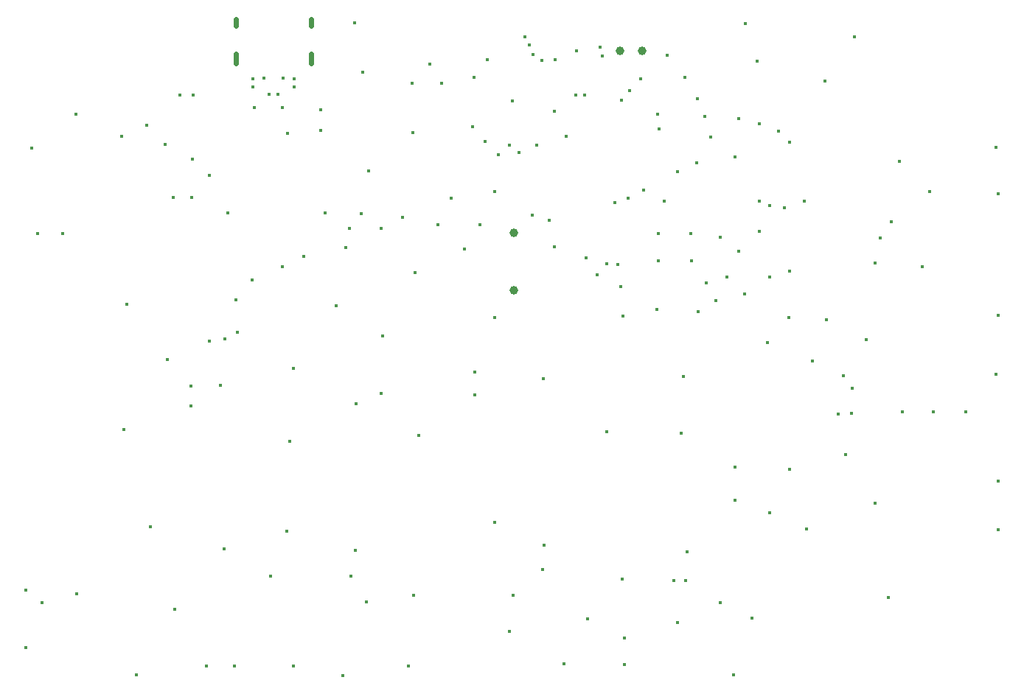
<source format=gbr>
%TF.GenerationSoftware,KiCad,Pcbnew,5.0.2-5.fc29*%
%TF.CreationDate,2019-03-27T11:45:22+01:00*%
%TF.ProjectId,vitamins_included,76697461-6d69-46e7-935f-696e636c7564,rev?*%
%TF.SameCoordinates,Original*%
%TF.FileFunction,Plated,1,2,PTH,Mixed*%
%TF.FilePolarity,Positive*%
%FSLAX46Y46*%
G04 Gerber Fmt 4.6, Leading zero omitted, Abs format (unit mm)*
G04 Created by KiCad (PCBNEW 5.0.2-5.fc29) date 2019-03-27T11:45:22 CET*
%MOMM*%
%LPD*%
G01*
G04 APERTURE LIST*
%TA.AperFunction,ViaDrill*%
%ADD10C,0.400000*%
%TD*%
%TA.AperFunction,Slot*%
%ADD11C,0.600000*%
%TD*%
%TA.AperFunction,ComponentDrill*%
%ADD12C,1.000000*%
%TD*%
G04 APERTURE END LIST*
D10*
X1200000Y-67400000D03*
X1200000Y-74000000D03*
X1800000Y-16600000D03*
X2500000Y-26400000D03*
X3051000Y-68841000D03*
X5400000Y-26400000D03*
X6960000Y-12658000D03*
X7000000Y-67800000D03*
X12150000Y-15200000D03*
X12400000Y-48900000D03*
X12750000Y-34550000D03*
X13900000Y-77100000D03*
X15012000Y-13977000D03*
X15497000Y-60078000D03*
X17171000Y-16136000D03*
X17402000Y-40901000D03*
X18100000Y-22200000D03*
X18291000Y-69603000D03*
X18900000Y-10500000D03*
X20100000Y-43900000D03*
X20100000Y-46200000D03*
X20200000Y-22200000D03*
X20300000Y-17800000D03*
X20400000Y-10500000D03*
X21900000Y-76100000D03*
X22228000Y-19692000D03*
X22228000Y-38742000D03*
X23500000Y-43800000D03*
X23900000Y-62600000D03*
X24000000Y-38500000D03*
X24400000Y-24000000D03*
X25149000Y-76080000D03*
X25300000Y-34000000D03*
X25450000Y-37700000D03*
X27150000Y-31700000D03*
X27200000Y-8650000D03*
X27200000Y-9500000D03*
X27400000Y-11900000D03*
X28500000Y-8500000D03*
X29100000Y-10400000D03*
X29300000Y-65800000D03*
X30100000Y-10400000D03*
X30600000Y-11900000D03*
X30600000Y-30200000D03*
X30700000Y-8500000D03*
X31118000Y-60586000D03*
X31200000Y-14850000D03*
X31500000Y-50300000D03*
X31880000Y-76080000D03*
X31900000Y-41900000D03*
X32000000Y-8650000D03*
X32000000Y-9500000D03*
X33100000Y-29000000D03*
X35000000Y-12200000D03*
X35000000Y-14500000D03*
X35500000Y-24000000D03*
X36800000Y-34700000D03*
X37595000Y-77207000D03*
X37900001Y-28000000D03*
X38300000Y-25800000D03*
X38500000Y-65800000D03*
X38900000Y-2150000D03*
X39000000Y-62800000D03*
X39119000Y-45965000D03*
X39650000Y-24100000D03*
X39850000Y-7850000D03*
X40262000Y-68714000D03*
X40516000Y-19184000D03*
X42000000Y-25800000D03*
X42000000Y-44800000D03*
X42100000Y-38200000D03*
X44400000Y-24500000D03*
X45100000Y-76100000D03*
X45500000Y-9100000D03*
X45600000Y-14800000D03*
X45700000Y-68000000D03*
X45900000Y-30900000D03*
X46300000Y-49600000D03*
X47600000Y-6900000D03*
X48500000Y-25400000D03*
X48900000Y-9100000D03*
X50041000Y-22359000D03*
X51500000Y-28200000D03*
X52500000Y-14100000D03*
X52600000Y-8400000D03*
X52700000Y-42300000D03*
X52700000Y-44900000D03*
X53300000Y-25400000D03*
X53900000Y-15800000D03*
X54200000Y-6400000D03*
X54994000Y-21597000D03*
X54994000Y-36075000D03*
X54994000Y-59570000D03*
X55400000Y-17300000D03*
X56700000Y-16200000D03*
X56700000Y-72100000D03*
X57067518Y-11173000D03*
X57100000Y-68000000D03*
X57800000Y-17100000D03*
X58500000Y-3800000D03*
X59000000Y-4700000D03*
X59312000Y-24264000D03*
X59400000Y-5800000D03*
X59800000Y-16200000D03*
X60400000Y-6500000D03*
X60500000Y-65015000D03*
X60582000Y-43060000D03*
X60709000Y-62237000D03*
X61250000Y-24850000D03*
X61875000Y-12326000D03*
X61900000Y-27900000D03*
X61975000Y-6375000D03*
X62995000Y-75826000D03*
X63200000Y-15200000D03*
X64300000Y-10500000D03*
X64400000Y-5400000D03*
X65300000Y-10500000D03*
X65500000Y-29150000D03*
X65700000Y-70700000D03*
X66800000Y-31100000D03*
X67100000Y-5000000D03*
X67400000Y-6000000D03*
X67850000Y-29900000D03*
X67900000Y-49200000D03*
X68800000Y-22800000D03*
X69150000Y-29950000D03*
X69450000Y-32450000D03*
X69600000Y-11100000D03*
X69700000Y-66100000D03*
X69750000Y-35850000D03*
X69900000Y-72900000D03*
X69900000Y-75900000D03*
X70300000Y-22300000D03*
X70500000Y-10000000D03*
X71800000Y-8600000D03*
X72100000Y-21400000D03*
X73600000Y-35100000D03*
X73700000Y-12700000D03*
X73800000Y-26400000D03*
X73800000Y-29500000D03*
X73900000Y-14400000D03*
X74500000Y-22700000D03*
X74800000Y-5900000D03*
X75600000Y-66250000D03*
X76000000Y-19300000D03*
X76000000Y-71100000D03*
X76400000Y-49300000D03*
X76700000Y-42800000D03*
X76850000Y-8400000D03*
X76900000Y-66250000D03*
X77100000Y-62950000D03*
X77500000Y-26400000D03*
X77600000Y-29500000D03*
X78200000Y-18300000D03*
X78300000Y-10900000D03*
X78400000Y-35400000D03*
X79100000Y-12900000D03*
X79300000Y-32100000D03*
X79800000Y-15300000D03*
X80400000Y-34100000D03*
X80900000Y-26800000D03*
X80900000Y-68800000D03*
X81700000Y-31400000D03*
X82426000Y-77096000D03*
X82600000Y-53200000D03*
X82600000Y-57000000D03*
X82650000Y-17550000D03*
X83000000Y-13200000D03*
X83000000Y-28400000D03*
X83700000Y-33300000D03*
X83823000Y-2250000D03*
X84585000Y-70619000D03*
X85117400Y-6611000D03*
X85400000Y-13800000D03*
X85400000Y-22700000D03*
X85400000Y-26100000D03*
X86300000Y-38900000D03*
X86600000Y-23200000D03*
X86600000Y-31400000D03*
X86600000Y-58500000D03*
X87600000Y-14600000D03*
X88300000Y-23400000D03*
X88800000Y-36000000D03*
X88900000Y-30700000D03*
X88900000Y-53500000D03*
X88903000Y-15882000D03*
X90594000Y-22700000D03*
X90808000Y-60332000D03*
X91500000Y-41000000D03*
X92900000Y-8900000D03*
X93094000Y-36329000D03*
X94450000Y-47100000D03*
X95050000Y-42700000D03*
X95300000Y-51800000D03*
X96000000Y-47050000D03*
X96050000Y-44200000D03*
X96335500Y-3798000D03*
X97666000Y-38615000D03*
X98700000Y-29800000D03*
X98700000Y-57400000D03*
X99300000Y-26900000D03*
X100206000Y-68206000D03*
X100600000Y-25000000D03*
X101500000Y-18100000D03*
X101800000Y-46900000D03*
X104100000Y-30200000D03*
X105000000Y-21600000D03*
X105400000Y-46900000D03*
X109100000Y-46900000D03*
X112600000Y-16500000D03*
X112600000Y-42600000D03*
X112800000Y-21800000D03*
X112800000Y-35800000D03*
X112800000Y-54800000D03*
X112800000Y-60400000D03*
D11*
%TO.C,J9*%
X25280000Y-2540000D02*
X25280000Y-1740000D01*
X25280000Y-6860000D02*
X25280000Y-5760000D01*
X33920000Y-2540000D02*
X33920000Y-1740000D01*
X33920000Y-6860000D02*
X33920000Y-5760000D01*
D12*
%TO.C,J2*%
X69400000Y-5400000D03*
X71940000Y-5400000D03*
%TO.C,J1*%
X57176000Y-26296000D03*
X57176000Y-32896000D03*
M02*

</source>
